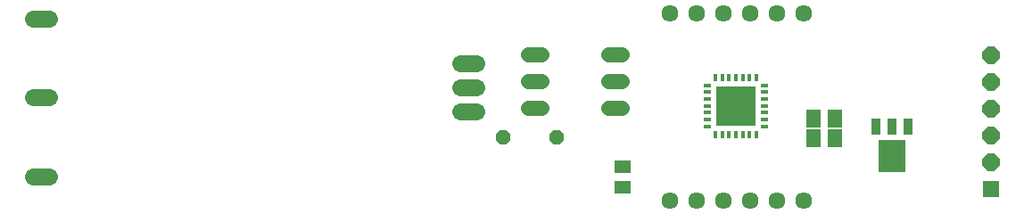
<source format=gts>
G75*
G70*
%OFA0B0*%
%FSLAX24Y24*%
%IPPOS*%
%LPD*%
%AMOC8*
5,1,8,0,0,1.08239X$1,22.5*
%
%ADD10R,0.0143X0.0279*%
%ADD11R,0.0279X0.0143*%
%ADD12R,0.0143X0.0279*%
%ADD13R,0.1464X0.1464*%
%ADD14C,0.0634*%
%ADD15C,0.0560*%
%ADD16OC8,0.0560*%
%ADD17R,0.0631X0.0512*%
%ADD18R,0.0552X0.0670*%
%ADD19R,0.0355X0.0631*%
%ADD20R,0.1024X0.1221*%
%ADD21C,0.0634*%
%ADD22R,0.0640X0.0640*%
%ADD23OC8,0.0640*%
%ADD24C,0.0640*%
D10*
X028221Y007811D03*
X028477Y007811D03*
X028733Y007811D03*
X028989Y007811D03*
X029245Y007811D03*
X029501Y007811D03*
X029757Y007811D03*
D11*
X030052Y007515D03*
X030052Y007260D03*
X030052Y007004D03*
X030052Y006748D03*
X030052Y006492D03*
X030052Y006236D03*
X030052Y005980D03*
X027926Y005980D03*
X027926Y006236D03*
X027926Y006492D03*
X027926Y006748D03*
X027926Y007004D03*
X027926Y007260D03*
X027926Y007515D03*
D12*
X028221Y005684D03*
X028477Y005684D03*
X028733Y005684D03*
X028989Y005684D03*
X029245Y005684D03*
X029501Y005684D03*
X029757Y005684D03*
D13*
X028989Y006748D03*
D14*
X028508Y010215D03*
X027508Y010215D03*
X026508Y010215D03*
X029508Y010215D03*
X030508Y010215D03*
X031508Y010215D03*
X031508Y003215D03*
X030508Y003215D03*
X029508Y003215D03*
X028508Y003215D03*
X027508Y003215D03*
X026508Y003215D03*
D15*
X024731Y006684D02*
X024211Y006684D01*
X021731Y006684D02*
X021211Y006684D01*
X021211Y007684D02*
X021731Y007684D01*
X024211Y007684D02*
X024731Y007684D01*
X024731Y008684D02*
X024211Y008684D01*
X021731Y008684D02*
X021211Y008684D01*
D16*
X020278Y005571D03*
X022278Y005571D03*
D17*
X024770Y004471D03*
X024770Y003721D03*
D18*
X031896Y005546D03*
X032684Y005546D03*
X032684Y006289D03*
X031896Y006289D03*
D19*
X034235Y005961D03*
X034826Y005961D03*
X035416Y005961D03*
D20*
X034826Y004858D03*
D21*
X003311Y004118D02*
X002717Y004118D01*
X002717Y007071D02*
X003311Y007071D01*
X003311Y010023D02*
X002717Y010023D01*
D22*
X038519Y003646D03*
D23*
X038519Y004646D03*
X038519Y005646D03*
X038519Y006646D03*
X038519Y007646D03*
X038519Y008646D03*
D24*
X019300Y008348D02*
X018700Y008348D01*
X018700Y007448D02*
X019300Y007448D01*
X019300Y006548D02*
X018700Y006548D01*
M02*

</source>
